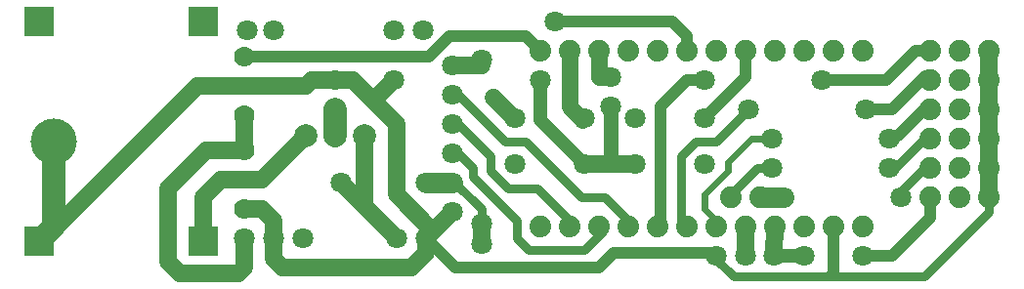
<source format=gtl>
G04 ---------------------------- Layer name :TOP LAYER*
G04 EasyEDA v5.7.26, Thu, 04 Oct 2018 12:13:59 GMT*
G04 417ad5cc9c814d239db4c0f318f8aef8*
G04 Gerber Generator version 0.2*
G04 Scale: 100 percent, Rotated: No, Reflected: No *
G04 Dimensions in millimeters *
G04 leading zeros omitted , absolute positions ,3 integer and 3 decimal *
%FSLAX33Y33*%
%MOMM*%
G90*
G71D02*

%ADD10C,0.499999*%
%ADD11C,0.999998*%
%ADD12C,0.799998*%
%ADD13C,1.499997*%
%ADD14C,1.799996*%
%ADD15C,0.599999*%
%ADD16C,1.399997*%
%ADD17C,1.299997*%
%ADD18C,1.199998*%
%ADD19C,1.999996*%
%ADD20C,1.880006*%
%ADD21C,1.778000*%
%ADD22C,1.879600*%
%ADD23R,2.540000X2.540000*%
%ADD24C,3.999992*%

%LPD*%
G54D11*
G01X79756Y7874D02*
G01X79756Y6096D01*
G01X76454Y2794D01*
G01X73914Y2794D01*
G54D12*
G01X79502Y10668D02*
G01X76962Y8128D01*
G01X79756Y12954D02*
G01X79248Y12954D01*
G01X76454Y10160D01*
G01X76200Y10414D01*
G54D11*
G01X79502Y15748D02*
G01X76962Y13208D01*
G01X79756Y20574D02*
G01X78486Y20574D01*
G01X75946Y18034D01*
G01X70358Y18034D01*
G54D13*
G01X84836Y20574D02*
G01X84836Y18034D01*
G01X84836Y18034D02*
G01X84836Y15494D01*
G01X84836Y15494D02*
G01X84836Y12954D01*
G01X84836Y12954D02*
G01X84836Y10414D01*
G01X84836Y7874D02*
G01X84836Y10414D01*
G01X63754Y5334D02*
G01X63754Y2794D01*
G54D14*
G01X65024Y7874D02*
G01X67056Y7874D01*
G54D11*
G01X79756Y18034D02*
G01X79375Y18415D01*
G01X76454Y15494D01*
G01X74168Y15494D01*
G54D12*
G01X62484Y7874D02*
G01X62357Y8001D01*
G01X64770Y10414D01*
G01X66040Y10414D01*
G54D15*
G01X66040Y12954D02*
G01X64262Y12954D01*
G01X62230Y10922D01*
G01X62230Y10160D01*
G01X60198Y8128D01*
G01X60198Y6858D01*
G01X61468Y5588D01*
G01X61214Y5334D01*
G54D12*
G01X64008Y15494D02*
G01X61214Y12700D01*
G01X59436Y12700D01*
G01X58166Y11430D01*
G01X58166Y5334D01*
G01X58674Y5334D01*
G54D11*
G01X60198Y18034D02*
G01X58674Y18034D01*
G01X56388Y15748D01*
G01X56388Y5588D01*
G01X56134Y5334D01*
G01X60198Y14732D02*
G01X63754Y18288D01*
G01X63754Y20574D01*
G54D16*
G01X49784Y14732D02*
G01X49657Y14605D01*
G01X48514Y15748D01*
G01X48514Y20574D01*
G01X52070Y18288D02*
G01X51054Y18288D01*
G01X51054Y20574D01*
G54D13*
G01X54198Y10731D02*
G01X49784Y10731D01*
G54D17*
G01X52070Y15748D02*
G01X52070Y10815D01*
G01X52011Y10731D01*
G54D12*
G01X38354Y11684D02*
G01X38862Y11684D01*
G01X40132Y10414D01*
G01X40132Y9652D01*
G01X43942Y5842D01*
G01X43942Y4318D01*
G01X44958Y3302D01*
G01X49784Y3302D01*
G01X51435Y4953D01*
G01X51054Y5334D01*
G01X38354Y14224D02*
G01X38862Y14224D01*
G01X41656Y11430D01*
G01X41656Y10160D01*
G01X43180Y8636D01*
G01X45720Y8636D01*
G01X48514Y5842D01*
G01X48514Y5334D01*
G01X38354Y16764D02*
G01X38862Y16764D01*
G01X42926Y12700D01*
G01X44704Y12700D01*
G01X49530Y7874D01*
G01X51562Y7874D01*
G01X53848Y5588D01*
G01X53594Y5334D01*
G54D13*
G01X16764Y4064D02*
G01X16764Y7874D01*
G01X18288Y9398D01*
G01X21844Y9398D01*
G01X25654Y13208D01*
G01X30734Y13208D02*
G01X30734Y7112D01*
G01X33528Y4318D01*
G01X20320Y6858D02*
G01X21844Y6858D01*
G01X22860Y5842D01*
G01X22860Y4318D01*
G01X20320Y11938D02*
G01X17018Y11938D01*
G01X13716Y8636D01*
G01X13716Y2286D01*
G01X14732Y1270D01*
G01X19812Y1270D01*
G01X20320Y1778D01*
G01X20320Y4318D01*
G01X20320Y11938D02*
G01X20320Y14986D01*
G54D11*
G01X20320Y20066D02*
G01X36322Y20066D01*
G01X38100Y21844D01*
G01X44704Y21844D01*
G01X45974Y20574D01*
G54D13*
G01X2540Y4064D02*
G01X2794Y4064D01*
G01X16256Y17526D01*
G01X25654Y17526D01*
G01X26162Y18034D01*
G01X29718Y18034D01*
G01X33528Y14224D01*
G01X33528Y8128D01*
G01X36703Y4953D01*
G01X36068Y4318D01*
G01X38354Y6604D02*
G01X36068Y4318D01*
G01X22860Y4318D02*
G01X22860Y2540D01*
G01X23622Y1778D01*
G01X34798Y1778D01*
G01X36068Y3048D01*
G01X36068Y4318D01*
G54D14*
G01X36068Y9144D02*
G01X38354Y9144D01*
G54D11*
G01X61214Y3048D02*
G01X52324Y3048D01*
G01X51054Y1778D01*
G01X38608Y1778D01*
G01X36068Y4318D01*
G54D12*
G01X40894Y5588D02*
G01X40894Y6858D01*
G01X38481Y9271D01*
G01X38354Y9144D01*
G54D18*
G01X45974Y18034D02*
G01X45974Y14541D01*
G01X49784Y10731D01*
G54D13*
G01X33274Y18034D02*
G01X31496Y16256D01*
G01X31496Y16256D01*
G01X28702Y9144D02*
G01X30734Y7112D01*
G54D10*
G01X66212Y2794D02*
G01X68834Y2794D01*
G54D13*
G01X66294Y5334D02*
G01X66294Y5252D01*
G01X66212Y3048D01*
G54D18*
G01X66212Y2794D02*
G01X68834Y2794D01*
G54D11*
G01X47244Y23114D02*
G01X57404Y23114D01*
G01X58674Y21844D01*
G01X58674Y20574D01*
G54D13*
G01X40894Y19812D02*
G01X40894Y19304D01*
G01X38354Y19304D01*
G54D19*
G01X28194Y15494D02*
G01X28194Y13208D01*
G54D12*
G01X61214Y2794D02*
G01X61087Y2667D01*
G01X62738Y1016D01*
G01X79248Y1016D01*
G01X84836Y6604D01*
G01X84836Y7874D01*
G54D11*
G01X71374Y5334D02*
G01X71374Y1270D01*
G01X71264Y1270D01*
G54D19*
G01X3810Y12700D02*
G01X3810Y5334D01*
G01X2540Y4064D01*
G54D13*
G01X40894Y3810D02*
G01X40894Y5588D01*
G01X43784Y14732D02*
G01X43688Y14732D01*
G01X41910Y16510D01*
G54D20*
G01X65024Y7874D03*
G01X62484Y7874D03*
G54D19*
G01X30734Y13208D03*
G01X28194Y13208D03*
G01X25654Y13208D03*
G54D21*
G01X20320Y6858D03*
G01X20320Y11938D03*
G01X20320Y14986D03*
G01X20320Y20066D03*
G54D14*
G01X61214Y2794D03*
G01X66212Y2794D03*
G01X52070Y18288D03*
G01X52070Y15748D03*
G01X49784Y14732D03*
G01X43784Y14732D03*
G01X49784Y10731D03*
G01X43784Y10731D03*
G01X60198Y14732D03*
G01X54198Y14732D03*
G01X60198Y10731D03*
G01X54198Y10731D03*
G54D22*
G01X45974Y5334D03*
G01X48514Y5334D03*
G01X51054Y5334D03*
G01X53594Y5334D03*
G01X56134Y5334D03*
G01X58674Y5334D03*
G01X61214Y5334D03*
G01X63754Y5334D03*
G01X66294Y5334D03*
G01X68834Y5334D03*
G01X71374Y5334D03*
G01X73914Y5334D03*
G01X73914Y20574D03*
G01X71374Y20574D03*
G01X68834Y20574D03*
G01X66294Y20574D03*
G01X63754Y20574D03*
G01X61214Y20574D03*
G01X58674Y20574D03*
G01X56134Y20574D03*
G01X53594Y20574D03*
G01X51054Y20574D03*
G01X48514Y20574D03*
G01X45974Y20574D03*
G54D14*
G01X60198Y18034D03*
G01X70358Y18034D03*
G01X64008Y15494D03*
G01X74168Y15494D03*
G01X66040Y12954D03*
G01X76200Y12954D03*
G01X66040Y10414D03*
G01X76200Y10414D03*
G01X67056Y7874D03*
G01X77216Y7874D03*
G01X63754Y2794D03*
G01X73914Y2794D03*
G54D22*
G01X79756Y20574D03*
G01X82296Y20574D03*
G01X84836Y20574D03*
G01X79756Y18034D03*
G01X82296Y18034D03*
G01X84836Y18034D03*
G01X79756Y15494D03*
G01X82296Y15494D03*
G01X84836Y15494D03*
G01X79756Y12954D03*
G01X82296Y12954D03*
G01X84836Y12954D03*
G01X79756Y10414D03*
G01X82296Y10414D03*
G01X84836Y10414D03*
G01X79756Y7874D03*
G01X82296Y7874D03*
G01X84836Y7874D03*
G54D14*
G01X20574Y22352D03*
G01X22860Y22352D03*
G01X33274Y22352D03*
G01X35814Y22352D03*
G01X20320Y4318D03*
G01X22860Y4318D03*
G01X25400Y4318D03*
G01X33528Y4318D03*
G01X36068Y4318D03*
G54D23*
G01X2540Y4064D03*
G01X16764Y4064D03*
G01X2540Y23114D03*
G01X16764Y23114D03*
G54D14*
G01X38354Y19304D03*
G01X38354Y16764D03*
G01X38354Y14224D03*
G01X38354Y11684D03*
G01X38354Y9144D03*
G01X38354Y6604D03*
G01X28702Y9144D03*
G01X36068Y9144D03*
G01X40894Y3810D03*
G01X45974Y18034D03*
G01X33274Y18034D03*
G01X68834Y2794D03*
G01X47244Y23114D03*
G01X40894Y19812D03*
G01X28194Y18034D03*
G01X28194Y15494D03*
G54D24*
G01X3810Y12700D03*
G54D14*
G01X40894Y5588D03*
M00*
M02*

</source>
